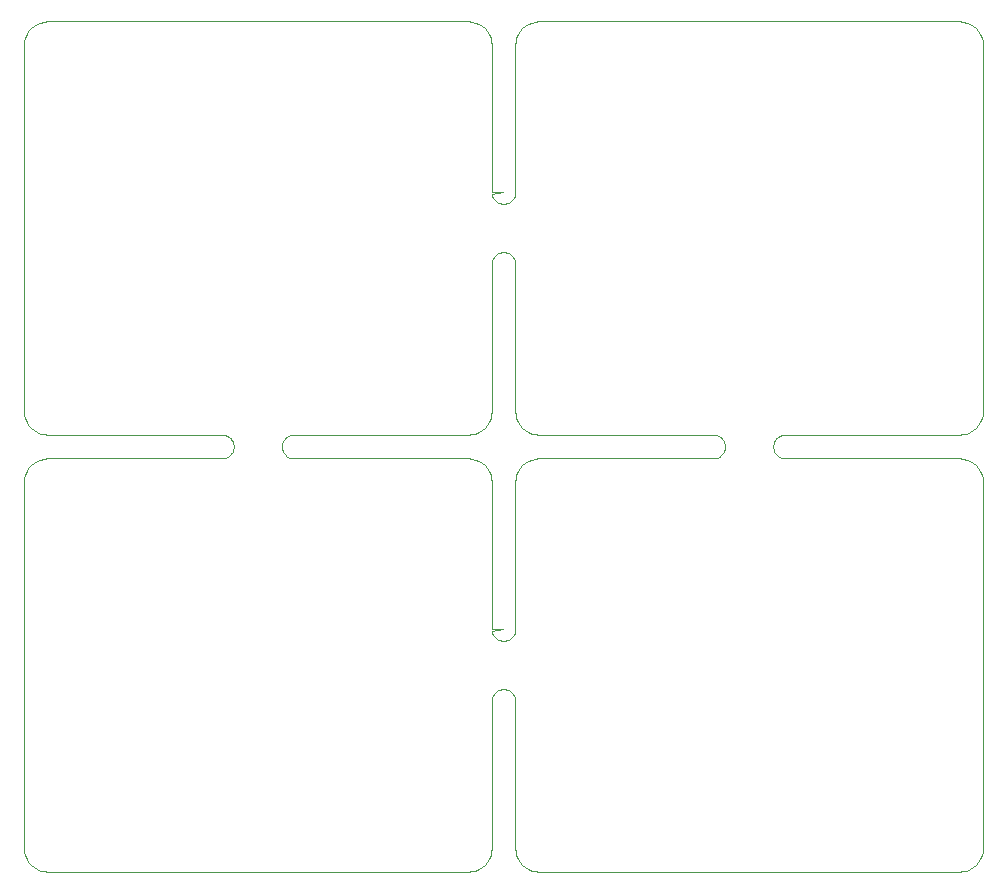
<source format=gko>
%MOIN*%
%OFA0B0*%
%FSLAX44Y44*%
%IPPOS*%
%LPD*%
%ADD10C,0*%
D10*
X00015589Y00012992D02*
X00015589Y00012992D01*
X00015579Y00013115D01*
X00015551Y00013235D01*
X00015503Y00013349D01*
X00015439Y00013454D01*
X00015359Y00013548D01*
X00015265Y00013629D01*
X00015159Y00013693D01*
X00015045Y00013740D01*
X00014925Y00013769D01*
X00014802Y00013779D01*
X00008991Y00013779D01*
X00008954Y00013781D01*
X00008917Y00013786D01*
X00008881Y00013795D01*
X00008846Y00013807D01*
X00008812Y00013822D01*
X00008780Y00013841D01*
X00008749Y00013862D01*
X00008721Y00013886D01*
X00008695Y00013913D01*
X00008672Y00013942D01*
X00008652Y00013973D01*
X00008634Y00014006D01*
X00008620Y00014040D01*
X00008609Y00014076D01*
X00008602Y00014112D01*
X00008598Y00014149D01*
X00008598Y00014186D01*
X00008601Y00014223D01*
X00008607Y00014260D01*
X00008617Y00014296D01*
X00008617Y00014296D01*
X00008626Y00014319D01*
X00008635Y00014342D01*
X00008647Y00014363D01*
X00008659Y00014385D01*
X00008673Y00014405D01*
X00008688Y00014424D01*
X00008705Y00014443D01*
X00008722Y00014460D01*
X00008741Y00014477D01*
X00008760Y00014492D01*
X00008781Y00014506D01*
X00008802Y00014518D01*
X00008824Y00014529D01*
X00008847Y00014539D01*
X00008870Y00014547D01*
X00008893Y00014554D01*
X00008918Y00014560D01*
X00008942Y00014563D01*
X00008966Y00014566D01*
X00008991Y00014566D01*
X00014802Y00014566D01*
X00014925Y00014576D01*
X00015045Y00014605D01*
X00015159Y00014652D01*
X00015265Y00014717D01*
X00015359Y00014797D01*
X00015439Y00014891D01*
X00015503Y00014996D01*
X00015551Y00015111D01*
X00015579Y00015231D01*
X00015589Y00015354D01*
X00015589Y00020259D01*
X00015589Y00020259D01*
X00015594Y00020321D01*
X00015608Y00020381D01*
X00015632Y00020438D01*
X00015664Y00020491D01*
X00015704Y00020538D01*
X00015751Y00020578D01*
X00015804Y00020610D01*
X00015861Y00020634D01*
X00015921Y00020648D01*
X00015983Y00020653D01*
X00016044Y00020648D01*
X00016105Y00020634D01*
X00016162Y00020610D01*
X00016214Y00020578D01*
X00016261Y00020538D01*
X00016301Y00020491D01*
X00016334Y00020438D01*
X00016357Y00020381D01*
X00016372Y00020321D01*
X00016377Y00020259D01*
X00016377Y00015354D01*
X00016386Y00015231D01*
X00016415Y00015111D01*
X00016462Y00014996D01*
X00016527Y00014891D01*
X00016607Y00014797D01*
X00016701Y00014717D01*
X00016806Y00014652D01*
X00016921Y00014605D01*
X00017041Y00014576D01*
X00017164Y00014566D01*
X00022975Y00014566D01*
X00022999Y00014566D01*
X00023024Y00014563D01*
X00023048Y00014560D01*
X00023072Y00014554D01*
X00023096Y00014547D01*
X00023119Y00014539D01*
X00023142Y00014529D01*
X00023164Y00014518D01*
X00023185Y00014506D01*
X00023205Y00014492D01*
X00023225Y00014477D01*
X00023243Y00014460D01*
X00023261Y00014443D01*
X00023277Y00014424D01*
X00023292Y00014405D01*
X00023306Y00014385D01*
X00023319Y00014363D01*
X00023330Y00014342D01*
X00023340Y00014319D01*
X00023349Y00014296D01*
X00023349Y00014296D01*
X00023359Y00014260D01*
X00023365Y00014223D01*
X00023368Y00014186D01*
X00023368Y00014149D01*
X00023364Y00014112D01*
X00023356Y00014076D01*
X00023345Y00014040D01*
X00023331Y00014006D01*
X00023314Y00013973D01*
X00023294Y00013942D01*
X00023270Y00013913D01*
X00023245Y00013886D01*
X00023216Y00013862D01*
X00023186Y00013841D01*
X00023154Y00013822D01*
X00023120Y00013807D01*
X00023085Y00013795D01*
X00023049Y00013786D01*
X00023012Y00013781D01*
X00022975Y00013779D01*
X00017164Y00013779D01*
X00017041Y00013769D01*
X00016921Y00013740D01*
X00016806Y00013693D01*
X00016701Y00013629D01*
X00016607Y00013548D01*
X00016527Y00013454D01*
X00016462Y00013349D01*
X00016415Y00013235D01*
X00016386Y00013115D01*
X00016377Y00012992D01*
X00016377Y00008086D01*
X00016372Y00008024D01*
X00016357Y00007964D01*
X00016334Y00007907D01*
X00016301Y00007855D01*
X00016261Y00007808D01*
X00016214Y00007768D01*
X00016162Y00007735D01*
X00016105Y00007712D01*
X00016044Y00007697D01*
X00015983Y00007692D01*
X00015921Y00007697D01*
X00015861Y00007712D01*
X00015804Y00007735D01*
X00015751Y00007768D01*
X00015704Y00007808D01*
X00015664Y00007855D01*
X00015632Y00007907D01*
X00015608Y00007964D01*
X00015594Y00008024D01*
X00015983Y00008086D01*
X00015589Y00008086D01*
X00015589Y00012992D01*
X00014802Y00000000D02*
X00014802Y00000000D01*
X00014925Y00000009D01*
X00015045Y00000038D01*
X00015159Y00000085D01*
X00015265Y00000150D01*
X00015359Y00000230D01*
X00015439Y00000324D01*
X00015503Y00000429D01*
X00015551Y00000544D01*
X00015579Y00000664D01*
X00015589Y00000787D01*
X00015589Y00005693D01*
X00015589Y00005693D01*
X00015594Y00005754D01*
X00015608Y00005814D01*
X00015632Y00005871D01*
X00015664Y00005924D01*
X00015704Y00005971D01*
X00015751Y00006011D01*
X00015804Y00006043D01*
X00015861Y00006067D01*
X00015921Y00006081D01*
X00015983Y00006086D01*
X00016044Y00006081D01*
X00016105Y00006067D01*
X00016162Y00006043D01*
X00016214Y00006011D01*
X00016261Y00005971D01*
X00016301Y00005924D01*
X00016334Y00005871D01*
X00016357Y00005814D01*
X00016372Y00005754D01*
X00016377Y00005693D01*
X00016377Y00000787D01*
X00016386Y00000664D01*
X00016415Y00000544D01*
X00016462Y00000429D01*
X00016527Y00000324D01*
X00016607Y00000230D01*
X00016701Y00000150D01*
X00016806Y00000085D01*
X00016921Y00000038D01*
X00017041Y00000009D01*
X00017164Y00000000D01*
X00031179Y00000000D01*
X00031302Y00000009D01*
X00031422Y00000038D01*
X00031536Y00000085D01*
X00031642Y00000150D01*
X00031736Y00000230D01*
X00031816Y00000324D01*
X00031880Y00000429D01*
X00031928Y00000544D01*
X00031956Y00000664D01*
X00031966Y00000787D01*
X00031966Y00012992D01*
X00031956Y00013115D01*
X00031928Y00013235D01*
X00031880Y00013349D01*
X00031816Y00013454D01*
X00031736Y00013548D01*
X00031642Y00013629D01*
X00031536Y00013693D01*
X00031422Y00013740D01*
X00031302Y00013769D01*
X00031179Y00013779D01*
X00025368Y00013779D01*
X00025331Y00013781D01*
X00025294Y00013786D01*
X00025258Y00013795D01*
X00025223Y00013807D01*
X00025189Y00013822D01*
X00025157Y00013841D01*
X00025126Y00013862D01*
X00025098Y00013886D01*
X00025072Y00013913D01*
X00025049Y00013942D01*
X00025029Y00013973D01*
X00025012Y00014006D01*
X00024997Y00014040D01*
X00024987Y00014076D01*
X00024979Y00014112D01*
X00024975Y00014149D01*
X00024975Y00014186D01*
X00024978Y00014223D01*
X00024984Y00014260D01*
X00024994Y00014296D01*
X00024994Y00014296D01*
X00025003Y00014319D01*
X00025012Y00014342D01*
X00025024Y00014363D01*
X00025036Y00014385D01*
X00025050Y00014405D01*
X00025065Y00014424D01*
X00025082Y00014443D01*
X00025099Y00014460D01*
X00025118Y00014477D01*
X00025137Y00014492D01*
X00025158Y00014506D01*
X00025179Y00014518D01*
X00025201Y00014529D01*
X00025224Y00014539D01*
X00025247Y00014547D01*
X00025270Y00014554D01*
X00025295Y00014560D01*
X00025319Y00014563D01*
X00025343Y00014566D01*
X00025368Y00014566D01*
X00031179Y00014566D01*
X00031302Y00014576D01*
X00031422Y00014605D01*
X00031536Y00014652D01*
X00031642Y00014717D01*
X00031736Y00014797D01*
X00031816Y00014891D01*
X00031880Y00014996D01*
X00031928Y00015111D01*
X00031956Y00015231D01*
X00031966Y00015354D01*
X00031966Y00027559D01*
X00031956Y00027682D01*
X00031928Y00027802D01*
X00031880Y00027916D01*
X00031816Y00028021D01*
X00031736Y00028115D01*
X00031642Y00028196D01*
X00031536Y00028260D01*
X00031422Y00028307D01*
X00031302Y00028336D01*
X00031179Y00028346D01*
X00017164Y00028346D01*
X00017041Y00028336D01*
X00016921Y00028307D01*
X00016806Y00028260D01*
X00016701Y00028196D01*
X00016607Y00028115D01*
X00016527Y00028021D01*
X00016462Y00027916D01*
X00016415Y00027802D01*
X00016386Y00027682D01*
X00016377Y00027559D01*
X00016377Y00022653D01*
X00016372Y00022591D01*
X00016357Y00022531D01*
X00016334Y00022474D01*
X00016301Y00022422D01*
X00016261Y00022375D01*
X00016214Y00022334D01*
X00016162Y00022302D01*
X00016105Y00022279D01*
X00016044Y00022264D01*
X00015983Y00022259D01*
X00015921Y00022264D01*
X00015861Y00022279D01*
X00015804Y00022302D01*
X00015751Y00022334D01*
X00015704Y00022375D01*
X00015664Y00022422D01*
X00015632Y00022474D01*
X00015608Y00022531D01*
X00015594Y00022591D01*
X00015983Y00022653D01*
X00015589Y00022653D01*
X00015589Y00027559D01*
X00015579Y00027682D01*
X00015551Y00027802D01*
X00015503Y00027916D01*
X00015439Y00028021D01*
X00015359Y00028115D01*
X00015265Y00028196D01*
X00015159Y00028260D01*
X00015045Y00028307D01*
X00014925Y00028336D01*
X00014802Y00028346D01*
X00000787Y00028346D01*
X00000664Y00028336D01*
X00000544Y00028307D01*
X00000429Y00028260D01*
X00000324Y00028196D01*
X00000230Y00028115D01*
X00000150Y00028021D01*
X00000085Y00027916D01*
X00000038Y00027802D01*
X00000009Y00027682D01*
X00000000Y00027559D01*
X00000000Y00015354D01*
X00000009Y00015231D01*
X00000038Y00015111D01*
X00000085Y00014996D01*
X00000150Y00014891D01*
X00000230Y00014797D01*
X00000324Y00014717D01*
X00000429Y00014652D01*
X00000544Y00014605D01*
X00000664Y00014576D01*
X00000787Y00014566D01*
X00006598Y00014566D01*
X00006622Y00014566D01*
X00006647Y00014563D01*
X00006671Y00014560D01*
X00006695Y00014554D01*
X00006719Y00014547D01*
X00006742Y00014539D01*
X00006765Y00014529D01*
X00006787Y00014518D01*
X00006808Y00014506D01*
X00006828Y00014492D01*
X00006848Y00014477D01*
X00006866Y00014460D01*
X00006884Y00014443D01*
X00006900Y00014424D01*
X00006915Y00014405D01*
X00006929Y00014385D01*
X00006942Y00014363D01*
X00006953Y00014342D01*
X00006963Y00014319D01*
X00006972Y00014296D01*
X00006972Y00014296D01*
X00006981Y00014260D01*
X00006988Y00014223D01*
X00006991Y00014186D01*
X00006991Y00014149D01*
X00006987Y00014112D01*
X00006979Y00014076D01*
X00006968Y00014040D01*
X00006954Y00014006D01*
X00006937Y00013973D01*
X00006917Y00013942D01*
X00006893Y00013913D01*
X00006868Y00013886D01*
X00006839Y00013862D01*
X00006809Y00013841D01*
X00006777Y00013822D01*
X00006743Y00013807D01*
X00006708Y00013795D01*
X00006671Y00013786D01*
X00006635Y00013781D01*
X00006598Y00013779D01*
X00000787Y00013779D01*
X00000664Y00013769D01*
X00000544Y00013740D01*
X00000429Y00013693D01*
X00000324Y00013629D01*
X00000230Y00013548D01*
X00000150Y00013454D01*
X00000085Y00013349D01*
X00000038Y00013235D01*
X00000009Y00013115D01*
X00000000Y00012992D01*
X00000000Y00000787D01*
X00000009Y00000664D01*
X00000038Y00000544D01*
X00000085Y00000429D01*
X00000150Y00000324D01*
X00000230Y00000230D01*
X00000324Y00000150D01*
X00000429Y00000085D01*
X00000544Y00000038D01*
X00000664Y00000009D01*
X00000787Y00000000D01*
X00014802Y00000000D01*
M02*
</source>
